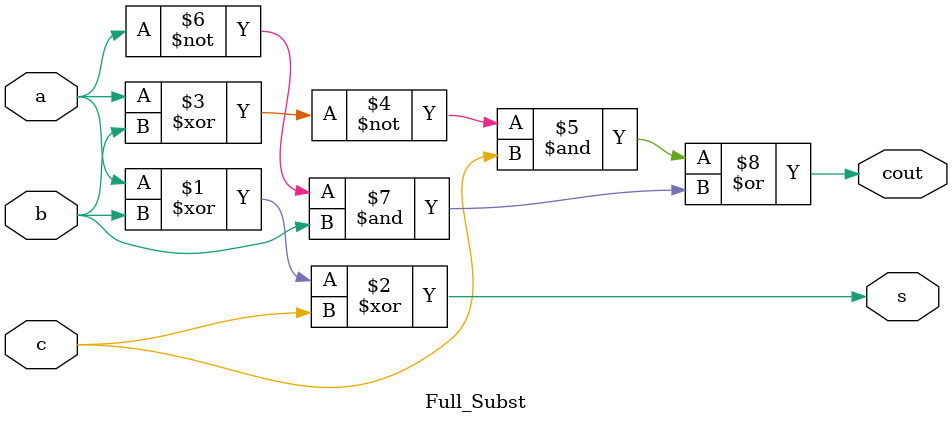
<source format=v>


`timescale 1ns / 1ps
module Full_Subst(
input a, b, c,
output s, cout
    );
    assign s = (a^b)^c;
    assign cout = ((~(a ^ b)) & c) | ((~a) & b);
endmodule

</source>
